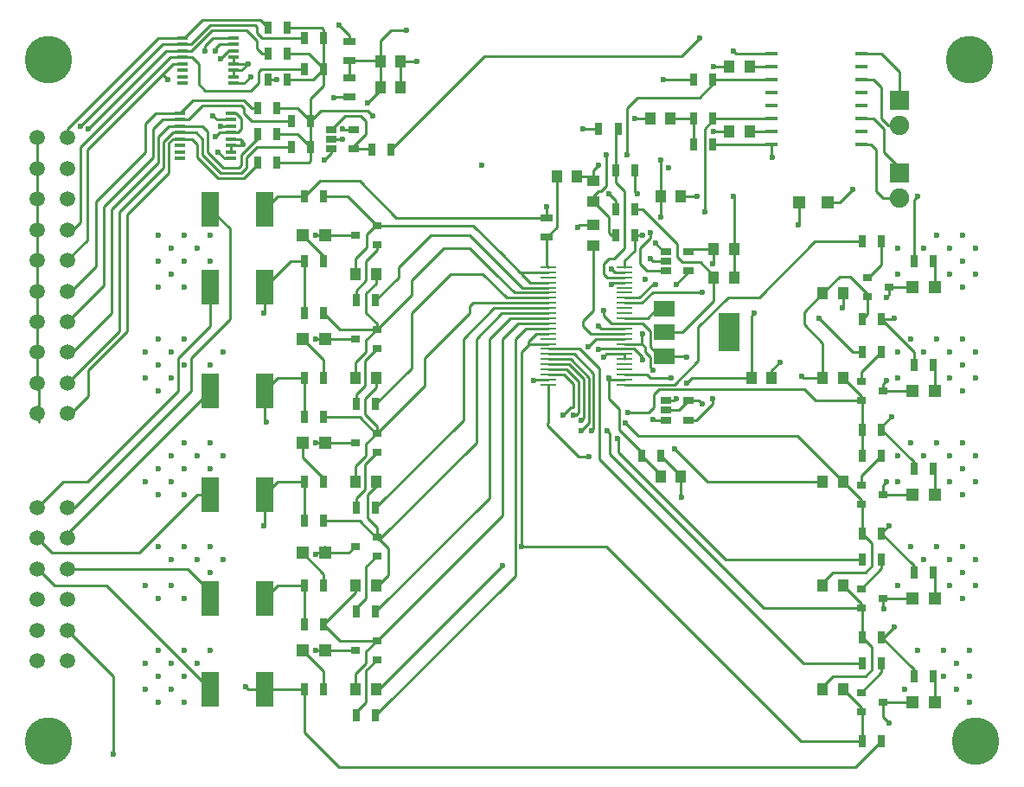
<source format=gtl>
G04 #@! TF.FileFunction,Copper,L1,Top,Signal*
%FSLAX46Y46*%
G04 Gerber Fmt 4.6, Leading zero omitted, Abs format (unit mm)*
G04 Created by KiCad (PCBNEW 4.0.7-e2-6376~58~ubuntu14.04.1) date Thu Jan  4 07:08:37 2018*
%MOMM*%
%LPD*%
G01*
G04 APERTURE LIST*
%ADD10C,0.100000*%
%ADD11R,1.000000X1.250000*%
%ADD12C,1.500000*%
%ADD13R,1.900000X1.900000*%
%ADD14C,1.900000*%
%ADD15R,0.700000X1.300000*%
%ADD16R,1.000000X0.300000*%
%ADD17R,1.060000X0.650000*%
%ADD18R,1.200000X0.300000*%
%ADD19R,1.250000X1.000000*%
%ADD20R,1.200000X1.200000*%
%ADD21R,1.780000X3.500000*%
%ADD22R,2.000000X3.800000*%
%ADD23R,2.000000X1.500000*%
%ADD24R,0.900000X0.800000*%
%ADD25R,1.300000X0.700000*%
%ADD26R,1.500000X0.250000*%
%ADD27C,4.648200*%
%ADD28C,0.600000*%
%ADD29C,0.250000*%
G04 APERTURE END LIST*
D10*
D11*
X144256000Y-78740000D03*
X142256000Y-78740000D03*
X144256000Y-72390000D03*
X142256000Y-72390000D03*
D12*
X74470000Y-79375000D03*
X77470000Y-79375000D03*
X77470000Y-82375000D03*
X74470000Y-82375000D03*
X74470000Y-85375000D03*
X77470000Y-85375000D03*
X77470000Y-88375000D03*
X74470000Y-88375000D03*
X74470000Y-91375000D03*
X77470000Y-91375000D03*
X77470000Y-94375000D03*
X74470000Y-94375000D03*
X74470000Y-97375000D03*
X77470000Y-97375000D03*
X77470000Y-100375000D03*
X74470000Y-100375000D03*
X74470000Y-103375000D03*
X77470000Y-103375000D03*
X74470000Y-106375000D03*
X77470000Y-106375000D03*
D13*
X158877000Y-82804000D03*
D14*
X158877000Y-85304000D03*
D13*
X158877000Y-75692000D03*
D14*
X158877000Y-78192000D03*
D15*
X97094000Y-68580000D03*
X98994000Y-68580000D03*
X100650000Y-69596000D03*
X102550000Y-69596000D03*
X97094000Y-71120000D03*
X98994000Y-71120000D03*
X100650000Y-72644000D03*
X102550000Y-72644000D03*
X97094000Y-73660000D03*
X98994000Y-73660000D03*
X96078000Y-76454000D03*
X97978000Y-76454000D03*
X99380000Y-77724000D03*
X101280000Y-77724000D03*
X96078000Y-78994000D03*
X97978000Y-78994000D03*
X99380000Y-80264000D03*
X101280000Y-80264000D03*
X96078000Y-81788000D03*
X97978000Y-81788000D03*
X109154000Y-80518000D03*
X107254000Y-80518000D03*
D16*
X88726000Y-74041000D03*
X93726000Y-69596000D03*
X93726000Y-70231000D03*
X93726000Y-70866000D03*
X93726000Y-71501000D03*
X93726000Y-72136000D03*
X93726000Y-72771000D03*
X93726000Y-73406000D03*
X93726000Y-74041000D03*
X88726000Y-73406000D03*
X88726000Y-72771000D03*
X88726000Y-72136000D03*
X88726000Y-71501000D03*
X88726000Y-70866000D03*
X88726000Y-70231000D03*
X88726000Y-69596000D03*
X88472000Y-81407000D03*
X93472000Y-76962000D03*
X93472000Y-77597000D03*
X93472000Y-78232000D03*
X93472000Y-78867000D03*
X93472000Y-79502000D03*
X93472000Y-80137000D03*
X93472000Y-80772000D03*
X93472000Y-81407000D03*
X88472000Y-80772000D03*
X88472000Y-80137000D03*
X88472000Y-79502000D03*
X88472000Y-78867000D03*
X88472000Y-78232000D03*
X88472000Y-77597000D03*
X88472000Y-76962000D03*
D17*
X103294000Y-78552000D03*
X103294000Y-79502000D03*
X103294000Y-80452000D03*
X105494000Y-80452000D03*
X105494000Y-78552000D03*
D12*
X74470000Y-115570000D03*
X77470000Y-115570000D03*
X77470000Y-118570000D03*
X74470000Y-118570000D03*
X74470000Y-121570000D03*
X77470000Y-121570000D03*
X77470000Y-124570000D03*
X74470000Y-124570000D03*
X74470000Y-127570000D03*
X77470000Y-127570000D03*
X74470000Y-130570000D03*
X77470000Y-130570000D03*
D18*
X146394000Y-71120000D03*
X155194000Y-80010000D03*
X155194000Y-78740000D03*
X155194000Y-77470000D03*
X155194000Y-76200000D03*
X155194000Y-74930000D03*
X155194000Y-73660000D03*
X155194000Y-72390000D03*
X155194000Y-71120000D03*
X146394000Y-72390000D03*
X146394000Y-73660000D03*
X146394000Y-74930000D03*
X146394000Y-76200000D03*
X146394000Y-77470000D03*
X146394000Y-78740000D03*
X146394000Y-80010000D03*
D11*
X135525000Y-112522000D03*
X137525000Y-112522000D03*
X125365000Y-83185000D03*
X127365000Y-83185000D03*
X135525000Y-85090000D03*
X137525000Y-85090000D03*
D19*
X128905000Y-89900000D03*
X128905000Y-87900000D03*
D11*
X108093000Y-74422000D03*
X110093000Y-74422000D03*
X140732000Y-93091000D03*
X142732000Y-93091000D03*
X136509000Y-77470000D03*
X134509000Y-77470000D03*
D19*
X128905000Y-85582000D03*
X128905000Y-83582000D03*
D11*
X140732000Y-90297000D03*
X142732000Y-90297000D03*
X108093000Y-71882000D03*
X110093000Y-71882000D03*
X144415000Y-102870000D03*
X146415000Y-102870000D03*
X105680000Y-102870000D03*
X107680000Y-102870000D03*
X105680000Y-113030000D03*
X107680000Y-113030000D03*
X107680000Y-123190000D03*
X105680000Y-123190000D03*
X105680000Y-133350000D03*
X107680000Y-133350000D03*
X153400000Y-133350000D03*
X151400000Y-133350000D03*
X153400000Y-123190000D03*
X151400000Y-123190000D03*
X153400000Y-113030000D03*
X151400000Y-113030000D03*
X153400000Y-102870000D03*
X151400000Y-102870000D03*
X151400000Y-94615000D03*
X153400000Y-94615000D03*
X105680000Y-92710000D03*
X107680000Y-92710000D03*
D20*
X149095000Y-85725000D03*
X151895000Y-85725000D03*
X102700000Y-99060000D03*
X100500000Y-99060000D03*
X102700000Y-109220000D03*
X100500000Y-109220000D03*
X102700000Y-120015000D03*
X100500000Y-120015000D03*
X102700000Y-129540000D03*
X100500000Y-129540000D03*
X160190000Y-134620000D03*
X162390000Y-134620000D03*
X160190000Y-124460000D03*
X162390000Y-124460000D03*
X160190000Y-114300000D03*
X162390000Y-114300000D03*
X160190000Y-104140000D03*
X162390000Y-104140000D03*
X160190000Y-93980000D03*
X162390000Y-93980000D03*
X102700000Y-88900000D03*
X100500000Y-88900000D03*
D21*
X96720000Y-86360000D03*
X91440000Y-86360000D03*
X96720000Y-93980000D03*
X91440000Y-93980000D03*
X96720000Y-104140000D03*
X91440000Y-104140000D03*
X96720000Y-114300000D03*
X91440000Y-114300000D03*
X96720000Y-124460000D03*
X91440000Y-124460000D03*
X96720000Y-133350000D03*
X91440000Y-133350000D03*
D22*
X142215000Y-98425000D03*
D23*
X135915000Y-98425000D03*
X135915000Y-100725000D03*
X135915000Y-96125000D03*
D24*
X107730000Y-100010000D03*
X107730000Y-98110000D03*
X105630000Y-99060000D03*
X107730000Y-110170000D03*
X107730000Y-108270000D03*
X105630000Y-109220000D03*
X107730000Y-120330000D03*
X107730000Y-118430000D03*
X105630000Y-119380000D03*
X107730000Y-130490000D03*
X107730000Y-128590000D03*
X105630000Y-129540000D03*
X155160000Y-133670000D03*
X155160000Y-135570000D03*
X157260000Y-134620000D03*
X155160000Y-123510000D03*
X155160000Y-125410000D03*
X157260000Y-124460000D03*
X155160000Y-113350000D03*
X155160000Y-115250000D03*
X157260000Y-114300000D03*
X155160000Y-103190000D03*
X155160000Y-105090000D03*
X157260000Y-104140000D03*
X155795000Y-93030000D03*
X155795000Y-94930000D03*
X157895000Y-93980000D03*
X107730000Y-89850000D03*
X107730000Y-87950000D03*
X105630000Y-88900000D03*
D15*
X133670000Y-110490000D03*
X135570000Y-110490000D03*
D25*
X124333000Y-87188000D03*
X124333000Y-89088000D03*
X105029000Y-73472000D03*
X105029000Y-75372000D03*
X105029000Y-71816000D03*
X105029000Y-69916000D03*
D15*
X131130000Y-82550000D03*
X133030000Y-82550000D03*
X129479000Y-78486000D03*
X131379000Y-78486000D03*
X131130000Y-86360000D03*
X133030000Y-86360000D03*
X140650000Y-80010000D03*
X138750000Y-80010000D03*
X138750000Y-77470000D03*
X140650000Y-77470000D03*
X140650000Y-73660000D03*
X138750000Y-73660000D03*
X131130000Y-88900000D03*
X133030000Y-88900000D03*
X102550000Y-102870000D03*
X100650000Y-102870000D03*
X102550000Y-96520000D03*
X100650000Y-96520000D03*
X107630000Y-105410000D03*
X105730000Y-105410000D03*
X102550000Y-113030000D03*
X100650000Y-113030000D03*
X102550000Y-106680000D03*
X100650000Y-106680000D03*
X107630000Y-115570000D03*
X105730000Y-115570000D03*
X102550000Y-123190000D03*
X100650000Y-123190000D03*
X102550000Y-116840000D03*
X100650000Y-116840000D03*
X107630000Y-125730000D03*
X105730000Y-125730000D03*
X102550000Y-133350000D03*
X100650000Y-133350000D03*
X102550000Y-127000000D03*
X100650000Y-127000000D03*
X107630000Y-135890000D03*
X105730000Y-135890000D03*
X162240000Y-132080000D03*
X160340000Y-132080000D03*
X155260000Y-138430000D03*
X157160000Y-138430000D03*
X155260000Y-130810000D03*
X157160000Y-130810000D03*
X162240000Y-121920000D03*
X160340000Y-121920000D03*
X155260000Y-128270000D03*
X157160000Y-128270000D03*
X155260000Y-120650000D03*
X157160000Y-120650000D03*
X162240000Y-111760000D03*
X160340000Y-111760000D03*
X155260000Y-118110000D03*
X157160000Y-118110000D03*
X155260000Y-110490000D03*
X157160000Y-110490000D03*
X162240000Y-101600000D03*
X160340000Y-101600000D03*
X155260000Y-107950000D03*
X157160000Y-107950000D03*
X155260000Y-100330000D03*
X157160000Y-100330000D03*
X162240000Y-91440000D03*
X160340000Y-91440000D03*
X155260000Y-97155000D03*
X157160000Y-97155000D03*
X155260000Y-89535000D03*
X157160000Y-89535000D03*
X102550000Y-91440000D03*
X100650000Y-91440000D03*
X102550000Y-85090000D03*
X100650000Y-85090000D03*
X107630000Y-95250000D03*
X105730000Y-95250000D03*
D26*
X131985000Y-103540000D03*
X124520000Y-92040000D03*
X124520000Y-92540000D03*
X124520000Y-93040000D03*
X124520000Y-93540000D03*
X124520000Y-94040000D03*
X124520000Y-94540000D03*
X124520000Y-95040000D03*
X124520000Y-95540000D03*
X124520000Y-96040000D03*
X124520000Y-96540000D03*
X124520000Y-97040000D03*
X124520000Y-97540000D03*
X124520000Y-98040000D03*
X124520000Y-98540000D03*
X124520000Y-99040000D03*
X124520000Y-99540000D03*
X124520000Y-100040000D03*
X124520000Y-100540000D03*
X124520000Y-101040000D03*
X124520000Y-101540000D03*
X124520000Y-102040000D03*
X124520000Y-102540000D03*
X124520000Y-103040000D03*
X124520000Y-103540000D03*
X131985000Y-103040000D03*
X131985000Y-102540000D03*
X131985000Y-102040000D03*
X131985000Y-101540000D03*
X131985000Y-101040000D03*
X131985000Y-100540000D03*
X131985000Y-100040000D03*
X131985000Y-99540000D03*
X131985000Y-99040000D03*
X131985000Y-98540000D03*
X131985000Y-98040000D03*
X131985000Y-97540000D03*
X131985000Y-97040000D03*
X131985000Y-96540000D03*
X131985000Y-96040000D03*
X131985000Y-95540000D03*
X131985000Y-95040000D03*
X131985000Y-94540000D03*
X131985000Y-94040000D03*
X131985000Y-93540000D03*
X131985000Y-93040000D03*
X131985000Y-92540000D03*
X131985000Y-92040000D03*
D17*
X136060000Y-105095000D03*
X136060000Y-106045000D03*
X136060000Y-106995000D03*
X138260000Y-106995000D03*
X138260000Y-105095000D03*
X136060000Y-90490000D03*
X136060000Y-91440000D03*
X136060000Y-92390000D03*
X138260000Y-92390000D03*
X138260000Y-90490000D03*
D27*
X75565000Y-138430000D03*
X166370000Y-138430000D03*
X75565000Y-71755000D03*
X165735000Y-71755000D03*
D28*
X153289000Y-96012000D03*
X130429000Y-102870000D03*
X127381000Y-88138000D03*
X134493000Y-91186000D03*
X142621000Y-85090000D03*
X133985000Y-93218000D03*
X139065000Y-85090000D03*
X132969000Y-77470000D03*
X127889000Y-78486000D03*
X129413000Y-82042000D03*
X129921000Y-100838000D03*
X129413000Y-97790000D03*
X137541000Y-114554000D03*
X147193000Y-101346000D03*
X139573000Y-105410000D03*
X94615000Y-80010000D03*
X95123000Y-72136000D03*
X111633000Y-71882000D03*
X154305000Y-84455000D03*
X160655000Y-85090000D03*
X140716000Y-78740000D03*
X140716000Y-72390000D03*
X104394000Y-79502000D03*
X135509000Y-81534000D03*
X128397000Y-99822000D03*
X135509000Y-87122000D03*
X134493000Y-88646000D03*
X106807000Y-75946000D03*
X110617000Y-68834000D03*
X140589000Y-91694000D03*
X129921000Y-96266000D03*
X138049000Y-100838000D03*
X140589000Y-104902000D03*
X104394000Y-78486000D03*
X91948000Y-79248000D03*
X90932000Y-70866000D03*
X130175000Y-81026000D03*
X135763000Y-73660000D03*
X139319000Y-69596000D03*
X144653000Y-96520000D03*
X138049000Y-103378000D03*
X136525000Y-102870000D03*
X120015000Y-121285000D03*
X121920000Y-119380000D03*
X130302000Y-108077000D03*
X128778000Y-108077000D03*
X132080000Y-107315000D03*
X127762000Y-107061000D03*
X136906000Y-109855000D03*
X127000000Y-106553000D03*
X132334000Y-106299000D03*
X125984000Y-106553000D03*
X149352000Y-102743000D03*
X128524000Y-110617000D03*
X148971000Y-87884000D03*
X158369000Y-97028000D03*
X101727000Y-99060000D03*
X101727000Y-109220000D03*
X101727000Y-120142000D03*
X101727000Y-129540000D03*
X157861000Y-136652000D03*
X157353000Y-125476000D03*
X157607000Y-113030000D03*
X157607000Y-103124000D03*
X157607000Y-94996000D03*
X101727000Y-88900000D03*
X130429000Y-84836000D03*
X124333000Y-86106000D03*
X96647000Y-96520000D03*
X96901000Y-107188000D03*
X96647000Y-117348000D03*
X94869000Y-133096000D03*
X158369000Y-127254000D03*
X157861000Y-117348000D03*
X158115000Y-106680000D03*
X81915000Y-139700000D03*
X78740000Y-78232000D03*
X79502000Y-78486000D03*
X87249000Y-73660000D03*
X97917000Y-73660000D03*
X129413000Y-100076000D03*
X133731000Y-101092000D03*
X134747000Y-106934000D03*
X103505000Y-75438000D03*
X92456000Y-78232000D03*
X92456000Y-71628000D03*
X117983000Y-82042000D03*
X133731000Y-98552000D03*
X134747000Y-102108000D03*
X137033000Y-104902000D03*
X104013000Y-68326000D03*
X91694000Y-77216000D03*
X91948000Y-70866000D03*
X133223000Y-84836000D03*
X130683000Y-93726000D03*
X107315000Y-77216000D03*
X135001000Y-89662000D03*
X137033000Y-93726000D03*
X146431000Y-81280000D03*
X139573000Y-94488000D03*
X139827000Y-86614000D03*
X135001000Y-93726000D03*
X130683000Y-92202000D03*
X132207000Y-81026000D03*
X133731000Y-88900000D03*
X136271000Y-82296000D03*
X142621000Y-70866000D03*
X92710000Y-100330000D03*
X85090000Y-102870000D03*
X85090000Y-100330000D03*
X87630000Y-102870000D03*
X86360000Y-104140000D03*
X87630000Y-100330000D03*
X86360000Y-99060000D03*
X91440000Y-101600000D03*
X88900000Y-99060000D03*
X86360000Y-101600000D03*
X88900000Y-101600000D03*
X85090000Y-113030000D03*
X92710000Y-110490000D03*
X87630000Y-113030000D03*
X90170000Y-110490000D03*
X87630000Y-110490000D03*
X86360000Y-114300000D03*
X91440000Y-109220000D03*
X88900000Y-114300000D03*
X88900000Y-109220000D03*
X91440000Y-111760000D03*
X86360000Y-111760000D03*
X88900000Y-111760000D03*
X85090000Y-123190000D03*
X92710000Y-120650000D03*
X87630000Y-123190000D03*
X87630000Y-120650000D03*
X90170000Y-120650000D03*
X88900000Y-124460000D03*
X86360000Y-124460000D03*
X86360000Y-119380000D03*
X91440000Y-121920000D03*
X91440000Y-119380000D03*
X88900000Y-119380000D03*
X85090000Y-133350000D03*
X85090000Y-130810000D03*
X87630000Y-130810000D03*
X90170000Y-130810000D03*
X87630000Y-133350000D03*
X91440000Y-129540000D03*
X88900000Y-129540000D03*
X86360000Y-129540000D03*
X86360000Y-134620000D03*
X88900000Y-134620000D03*
X86360000Y-132080000D03*
X88900000Y-132080000D03*
X159385000Y-133350000D03*
X163195000Y-132080000D03*
X164465000Y-133350000D03*
X164465000Y-130810000D03*
X160655000Y-129540000D03*
X163195000Y-129540000D03*
X165735000Y-134620000D03*
X165735000Y-132080000D03*
X165735000Y-129540000D03*
X158750000Y-123190000D03*
X161290000Y-120650000D03*
X166370000Y-123190000D03*
X166370000Y-120650000D03*
X163830000Y-123190000D03*
X163830000Y-120650000D03*
X165100000Y-124460000D03*
X165100000Y-121920000D03*
X160020000Y-119380000D03*
X162560000Y-119380000D03*
X165100000Y-119380000D03*
X127762000Y-108077000D03*
X131318000Y-108839000D03*
X158750000Y-113030000D03*
X158750000Y-110490000D03*
X161290000Y-110490000D03*
X160020000Y-109220000D03*
X162560000Y-109220000D03*
X163830000Y-113030000D03*
X163830000Y-110490000D03*
X166370000Y-113030000D03*
X166370000Y-110490000D03*
X165100000Y-114300000D03*
X165100000Y-111760000D03*
X165100000Y-109220000D03*
X158750000Y-102870000D03*
X158750000Y-100330000D03*
X161290000Y-100330000D03*
X160020000Y-99060000D03*
X166370000Y-102870000D03*
X166370000Y-100330000D03*
X163830000Y-102870000D03*
X165100000Y-104140000D03*
X163830000Y-100330000D03*
X165100000Y-101600000D03*
X162560000Y-99060000D03*
X165100000Y-99060000D03*
X151003000Y-97028000D03*
X123063000Y-103124000D03*
X158750000Y-90170000D03*
X158750000Y-92710000D03*
X161290000Y-90170000D03*
X162560000Y-88900000D03*
X163830000Y-92710000D03*
X163830000Y-90170000D03*
X166370000Y-92710000D03*
X166370000Y-90170000D03*
X165100000Y-93980000D03*
X165100000Y-91440000D03*
X165100000Y-88900000D03*
X90170000Y-90170000D03*
X87630000Y-90170000D03*
X87630000Y-92710000D03*
X86360000Y-93980000D03*
X86360000Y-88900000D03*
X91440000Y-88900000D03*
X91440000Y-91440000D03*
X88900000Y-88900000D03*
X86360000Y-91440000D03*
X88900000Y-93980000D03*
X88900000Y-91440000D03*
X95377000Y-73406000D03*
X102616000Y-81534000D03*
X92202000Y-80772000D03*
D29*
X130429000Y-103124000D02*
X130429000Y-102870000D01*
X153400000Y-95901000D02*
X153400000Y-94615000D01*
X153289000Y-96012000D02*
X153400000Y-95901000D01*
X130429000Y-103378000D02*
X130429000Y-103040000D01*
X130429000Y-103040000D02*
X130429000Y-103124000D01*
X130429000Y-104902000D02*
X130429000Y-103378000D01*
X131445000Y-105918000D02*
X130429000Y-104902000D01*
X131445000Y-107950000D02*
X131445000Y-105918000D01*
X133670000Y-110175000D02*
X131445000Y-107950000D01*
X130429000Y-103124000D02*
X130302000Y-102997000D01*
X135525000Y-112522000D02*
X135525000Y-112345000D01*
X135525000Y-112345000D02*
X133670000Y-110490000D01*
X133670000Y-110490000D02*
X133670000Y-110175000D01*
X131985000Y-103040000D02*
X130345000Y-103040000D01*
X130345000Y-103040000D02*
X130302000Y-102997000D01*
X128905000Y-87900000D02*
X127619000Y-87900000D01*
X127619000Y-87900000D02*
X127381000Y-88138000D01*
X136060000Y-91440000D02*
X134747000Y-91440000D01*
X134747000Y-91440000D02*
X134493000Y-91186000D01*
X142732000Y-90297000D02*
X142732000Y-93091000D01*
X142732000Y-90297000D02*
X142732000Y-85201000D01*
X142732000Y-85201000D02*
X142621000Y-85090000D01*
X137525000Y-85090000D02*
X139065000Y-85090000D01*
X134509000Y-77470000D02*
X132969000Y-77470000D01*
X129479000Y-78486000D02*
X127889000Y-78486000D01*
X128905000Y-83582000D02*
X128905000Y-82550000D01*
X128905000Y-82550000D02*
X129413000Y-82042000D01*
X127365000Y-83185000D02*
X128508000Y-83185000D01*
X128508000Y-83185000D02*
X128905000Y-83582000D01*
X131985000Y-100540000D02*
X130219000Y-100540000D01*
X130219000Y-100540000D02*
X129921000Y-100838000D01*
X131985000Y-100540000D02*
X131985000Y-101040000D01*
X131985000Y-98040000D02*
X129663000Y-98040000D01*
X129663000Y-98040000D02*
X129413000Y-97790000D01*
X137525000Y-112522000D02*
X137525000Y-114538000D01*
X137525000Y-114538000D02*
X137541000Y-114554000D01*
X137525000Y-112522000D02*
X137525000Y-112445000D01*
X137525000Y-112445000D02*
X135570000Y-110490000D01*
X136060000Y-106045000D02*
X137310000Y-106045000D01*
X137310000Y-106045000D02*
X138260000Y-105095000D01*
X146415000Y-102870000D02*
X146415000Y-102124000D01*
X146415000Y-102124000D02*
X147193000Y-101346000D01*
X138260000Y-105095000D02*
X139258000Y-105095000D01*
X139258000Y-105095000D02*
X139573000Y-105410000D01*
X94615000Y-80010000D02*
X94615000Y-79756000D01*
X94488000Y-80137000D02*
X94615000Y-80010000D01*
X93472000Y-80137000D02*
X94488000Y-80137000D01*
X94361000Y-79502000D02*
X93472000Y-79502000D01*
X94615000Y-79756000D02*
X94361000Y-79502000D01*
X93472000Y-80137000D02*
X93472000Y-80772000D01*
X93726000Y-72136000D02*
X93726000Y-71501000D01*
X93726000Y-73406000D02*
X93726000Y-72771000D01*
X93726000Y-72771000D02*
X94488000Y-72771000D01*
X95123000Y-72136000D02*
X93726000Y-72136000D01*
X94488000Y-72771000D02*
X95123000Y-72136000D01*
X110093000Y-74422000D02*
X110093000Y-71882000D01*
X110093000Y-71882000D02*
X111633000Y-71882000D01*
X153035000Y-85725000D02*
X154305000Y-84455000D01*
X153035000Y-85725000D02*
X151895000Y-85725000D01*
X160340000Y-91440000D02*
X160340000Y-85405000D01*
X160340000Y-85405000D02*
X160655000Y-85090000D01*
X142256000Y-78740000D02*
X140716000Y-78740000D01*
X142256000Y-72390000D02*
X140716000Y-72390000D01*
X103294000Y-79502000D02*
X104394000Y-79502000D01*
X74470000Y-79375000D02*
X74470000Y-82375000D01*
X74470000Y-82375000D02*
X74470000Y-85375000D01*
X74470000Y-85375000D02*
X74470000Y-88375000D01*
X74470000Y-88375000D02*
X74470000Y-91375000D01*
X74470000Y-91375000D02*
X74470000Y-94375000D01*
X74470000Y-94375000D02*
X74470000Y-97375000D01*
X74470000Y-97375000D02*
X74470000Y-100375000D01*
X74470000Y-100375000D02*
X74470000Y-103375000D01*
X74470000Y-103375000D02*
X74676000Y-103581000D01*
X74676000Y-103581000D02*
X74676000Y-107188000D01*
X124333000Y-89088000D02*
X124399000Y-89088000D01*
X124399000Y-89088000D02*
X125365000Y-88122000D01*
X125365000Y-88122000D02*
X125365000Y-83185000D01*
X124333000Y-89088000D02*
X124333000Y-91853000D01*
X124333000Y-91853000D02*
X124520000Y-92040000D01*
X135509000Y-81534000D02*
X135525000Y-81550000D01*
X135525000Y-81550000D02*
X135525000Y-85090000D01*
X131985000Y-99040000D02*
X129179000Y-99040000D01*
X129179000Y-99040000D02*
X128397000Y-99822000D01*
X136060000Y-92390000D02*
X134173000Y-92390000D01*
X135525000Y-87106000D02*
X135525000Y-85090000D01*
X135509000Y-87122000D02*
X135525000Y-87106000D01*
X134493000Y-89154000D02*
X134493000Y-88646000D01*
X133477000Y-90170000D02*
X134493000Y-89154000D01*
X133477000Y-91694000D02*
X133477000Y-90170000D01*
X134173000Y-92390000D02*
X133477000Y-91694000D01*
X128905000Y-89900000D02*
X128905000Y-96266000D01*
X128639000Y-98540000D02*
X131985000Y-98540000D01*
X127889000Y-97790000D02*
X128639000Y-98540000D01*
X127889000Y-97282000D02*
X127889000Y-97790000D01*
X128905000Y-96266000D02*
X127889000Y-97282000D01*
X106807000Y-75946000D02*
X108093000Y-74660000D01*
X108093000Y-74660000D02*
X108093000Y-74422000D01*
X108093000Y-69834000D02*
X108093000Y-71882000D01*
X109093000Y-68834000D02*
X108093000Y-69834000D01*
X110617000Y-68834000D02*
X109093000Y-68834000D01*
X131985000Y-97540000D02*
X130687000Y-97540000D01*
X140732000Y-91551000D02*
X140732000Y-90297000D01*
X140589000Y-91694000D02*
X140732000Y-91551000D01*
X129921000Y-96774000D02*
X129921000Y-96266000D01*
X130687000Y-97540000D02*
X129921000Y-96774000D01*
X135915000Y-100725000D02*
X135396000Y-100725000D01*
X135396000Y-100725000D02*
X134493000Y-99822000D01*
X133735000Y-97540000D02*
X131985000Y-97540000D01*
X134493000Y-98298000D02*
X133735000Y-97540000D01*
X134493000Y-99822000D02*
X134493000Y-98298000D01*
X138260000Y-106995000D02*
X139004000Y-106995000D01*
X137936000Y-100725000D02*
X135915000Y-100725000D01*
X138049000Y-100838000D02*
X137936000Y-100725000D01*
X140589000Y-105410000D02*
X140589000Y-104902000D01*
X139004000Y-106995000D02*
X140589000Y-105410000D01*
X108093000Y-71882000D02*
X108093000Y-74422000D01*
X105029000Y-71816000D02*
X108027000Y-71816000D01*
X108027000Y-71816000D02*
X108093000Y-71882000D01*
X105029000Y-73472000D02*
X105029000Y-71816000D01*
X140732000Y-90297000D02*
X138453000Y-90297000D01*
X138453000Y-90297000D02*
X138260000Y-90490000D01*
X105494000Y-78552000D02*
X104460000Y-78552000D01*
X104460000Y-78552000D02*
X104394000Y-78486000D01*
X93726000Y-69596000D02*
X92710000Y-69596000D01*
X92329000Y-78867000D02*
X93472000Y-78867000D01*
X91948000Y-79248000D02*
X92329000Y-78867000D01*
X90932000Y-70358000D02*
X90932000Y-70866000D01*
X91694000Y-69596000D02*
X90932000Y-70358000D01*
X92202000Y-69596000D02*
X91694000Y-69596000D01*
X92710000Y-69596000D02*
X92202000Y-69596000D01*
X93472000Y-76962000D02*
X93980000Y-76962000D01*
X94107000Y-78867000D02*
X93472000Y-78867000D01*
X94488000Y-78486000D02*
X94107000Y-78867000D01*
X94488000Y-77470000D02*
X94488000Y-78486000D01*
X93980000Y-76962000D02*
X94488000Y-77470000D01*
X140732000Y-93091000D02*
X140732000Y-92853000D01*
X140732000Y-92853000D02*
X139446000Y-91567000D01*
X133731000Y-86360000D02*
X133030000Y-86360000D01*
X137160000Y-89789000D02*
X133731000Y-86360000D01*
X137160000Y-91059000D02*
X137160000Y-89789000D01*
X137668000Y-91567000D02*
X137160000Y-91059000D01*
X139446000Y-91567000D02*
X137668000Y-91567000D01*
X135915000Y-98425000D02*
X137668000Y-98425000D01*
X140732000Y-95361000D02*
X140732000Y-93091000D01*
X137668000Y-98425000D02*
X140732000Y-95361000D01*
X138750000Y-77470000D02*
X136509000Y-77470000D01*
X138750000Y-77470000D02*
X138750000Y-80010000D01*
X129413000Y-84582000D02*
X129667000Y-84582000D01*
X129667000Y-84582000D02*
X130175000Y-84074000D01*
X130175000Y-84074000D02*
X130175000Y-81026000D01*
X128905000Y-85090000D02*
X129413000Y-84582000D01*
X135763000Y-73660000D02*
X138750000Y-73660000D01*
X128905000Y-85582000D02*
X128905000Y-85090000D01*
X131130000Y-88900000D02*
X130683000Y-88900000D01*
X130429000Y-87106000D02*
X128905000Y-85582000D01*
X130429000Y-88646000D02*
X130429000Y-87106000D01*
X130683000Y-88900000D02*
X130429000Y-88646000D01*
X144256000Y-78740000D02*
X146394000Y-78740000D01*
X144256000Y-72390000D02*
X146394000Y-72390000D01*
X144415000Y-102870000D02*
X144415000Y-96758000D01*
X118298000Y-71374000D02*
X109154000Y-80518000D01*
X137541000Y-71374000D02*
X118298000Y-71374000D01*
X139319000Y-69596000D02*
X137541000Y-71374000D01*
X144415000Y-96758000D02*
X144653000Y-96520000D01*
X131985000Y-102540000D02*
X134163000Y-102540000D01*
X138557000Y-102870000D02*
X144415000Y-102870000D01*
X138049000Y-103378000D02*
X138557000Y-102870000D01*
X134493000Y-102870000D02*
X136525000Y-102870000D01*
X134163000Y-102540000D02*
X134493000Y-102870000D01*
X107730000Y-98110000D02*
X107730000Y-97570000D01*
X107680000Y-93615000D02*
X107680000Y-92710000D01*
X106680000Y-94615000D02*
X107680000Y-93615000D01*
X106680000Y-96520000D02*
X106680000Y-94615000D01*
X107730000Y-97570000D02*
X106680000Y-96520000D01*
X119380000Y-92710000D02*
X116840000Y-90170000D01*
X121210000Y-94540000D02*
X119380000Y-92710000D01*
X124520000Y-94540000D02*
X121210000Y-94540000D01*
X111125000Y-94715000D02*
X107730000Y-98110000D01*
X111125000Y-93345000D02*
X111125000Y-94715000D01*
X114300000Y-90170000D02*
X111125000Y-93345000D01*
X116840000Y-90170000D02*
X114300000Y-90170000D01*
X107730000Y-98110000D02*
X104140000Y-98110000D01*
X104140000Y-98110000D02*
X102550000Y-96520000D01*
X105680000Y-102870000D02*
X105680000Y-101330000D01*
X106680000Y-99160000D02*
X107730000Y-98110000D01*
X106680000Y-100330000D02*
X106680000Y-99160000D01*
X105680000Y-101330000D02*
X106680000Y-100330000D01*
X107730000Y-108270000D02*
X107730000Y-107603000D01*
X107680000Y-103775000D02*
X107680000Y-102870000D01*
X106553000Y-104902000D02*
X107680000Y-103775000D01*
X106553000Y-106426000D02*
X106553000Y-104902000D01*
X107730000Y-107603000D02*
X106553000Y-106426000D01*
X116840000Y-95885000D02*
X116840000Y-96520000D01*
X117185000Y-95540000D02*
X116840000Y-95885000D01*
X124520000Y-95540000D02*
X117185000Y-95540000D01*
X112395000Y-103605000D02*
X107730000Y-108270000D01*
X112395000Y-100965000D02*
X112395000Y-103605000D01*
X116840000Y-96520000D02*
X112395000Y-100965000D01*
X107730000Y-108270000D02*
X107635000Y-108270000D01*
X107635000Y-108270000D02*
X106045000Y-106680000D01*
X106045000Y-106680000D02*
X102550000Y-106680000D01*
X105680000Y-113030000D02*
X105680000Y-111490000D01*
X106680000Y-109320000D02*
X107730000Y-108270000D01*
X106680000Y-110490000D02*
X106680000Y-109320000D01*
X105680000Y-111490000D02*
X106680000Y-110490000D01*
X107730000Y-118430000D02*
X107730000Y-117509000D01*
X106807000Y-114300000D02*
X107680000Y-113427000D01*
X106807000Y-116586000D02*
X106807000Y-114300000D01*
X107730000Y-117509000D02*
X106807000Y-116586000D01*
X107680000Y-113427000D02*
X107680000Y-113030000D01*
X107680000Y-123190000D02*
X107823000Y-123190000D01*
X107823000Y-123190000D02*
X108839000Y-122174000D01*
X108839000Y-122174000D02*
X108839000Y-119539000D01*
X108839000Y-119539000D02*
X107730000Y-118430000D01*
X117475000Y-99060000D02*
X117475000Y-109220000D01*
X119995000Y-96540000D02*
X117475000Y-99060000D01*
X124520000Y-96540000D02*
X119995000Y-96540000D01*
X117475000Y-109220000D02*
X107950000Y-118745000D01*
X107950000Y-118745000D02*
X107730000Y-118430000D01*
X107730000Y-118430000D02*
X107635000Y-118430000D01*
X107635000Y-118430000D02*
X106045000Y-116840000D01*
X106045000Y-116840000D02*
X102550000Y-116840000D01*
X120015000Y-99060000D02*
X120015000Y-116305000D01*
X121535000Y-97540000D02*
X120015000Y-99060000D01*
X124520000Y-97540000D02*
X121535000Y-97540000D01*
X120015000Y-116305000D02*
X107730000Y-128590000D01*
X107730000Y-128590000D02*
X104140000Y-128590000D01*
X104140000Y-128590000D02*
X102550000Y-127000000D01*
X105680000Y-123190000D02*
X105680000Y-123870000D01*
X105680000Y-123870000D02*
X102550000Y-127000000D01*
X105680000Y-133350000D02*
X105680000Y-131810000D01*
X106680000Y-129640000D02*
X107730000Y-128590000D01*
X106680000Y-130810000D02*
X106680000Y-129640000D01*
X105680000Y-131810000D02*
X106680000Y-130810000D01*
X121920000Y-119380000D02*
X130175000Y-119380000D01*
X149225000Y-138430000D02*
X155260000Y-138430000D01*
X130175000Y-119380000D02*
X149225000Y-138430000D01*
X121920000Y-100330000D02*
X121920000Y-119380000D01*
X122555000Y-99695000D02*
X121920000Y-100330000D01*
X120015000Y-121285000D02*
X107950000Y-133350000D01*
X107950000Y-133350000D02*
X107680000Y-133350000D01*
X124520000Y-98540000D02*
X123305000Y-98540000D01*
X122555000Y-99290000D02*
X122555000Y-99695000D01*
X123305000Y-98540000D02*
X122555000Y-99290000D01*
X124520000Y-99540000D02*
X122710000Y-99540000D01*
X122710000Y-99540000D02*
X122555000Y-99695000D01*
X155160000Y-135570000D02*
X155160000Y-135110000D01*
X155160000Y-135110000D02*
X153400000Y-133350000D01*
X155260000Y-138430000D02*
X155260000Y-135670000D01*
X155260000Y-135670000D02*
X155160000Y-135570000D01*
X128974002Y-107315000D02*
X128974002Y-107880998D01*
X127083000Y-100540000D02*
X128974002Y-102431002D01*
X128974002Y-102431002D02*
X128974002Y-107315000D01*
X124520000Y-100540000D02*
X127083000Y-100540000D01*
X145603000Y-125410000D02*
X155160000Y-125410000D01*
X130556000Y-110363000D02*
X145603000Y-125410000D01*
X130556000Y-108331000D02*
X130556000Y-110363000D01*
X130302000Y-108077000D02*
X130556000Y-108331000D01*
X128974002Y-107880998D02*
X128778000Y-108077000D01*
X151400000Y-133350000D02*
X151400000Y-133080000D01*
X151400000Y-133080000D02*
X152400000Y-132080000D01*
X152400000Y-132080000D02*
X155575000Y-132080000D01*
X155575000Y-132080000D02*
X156210000Y-131445000D01*
X156210000Y-131445000D02*
X156210000Y-129220000D01*
X156210000Y-129220000D02*
X155260000Y-128270000D01*
X155160000Y-125410000D02*
X155160000Y-124950000D01*
X155160000Y-124950000D02*
X153400000Y-123190000D01*
X155260000Y-128270000D02*
X155260000Y-125510000D01*
X155260000Y-125510000D02*
X155160000Y-125410000D01*
X128016000Y-106807000D02*
X127762000Y-107061000D01*
X126559000Y-101540000D02*
X128016000Y-102997000D01*
X128016000Y-102997000D02*
X128016000Y-106807000D01*
X124520000Y-101540000D02*
X126559000Y-101540000D01*
X148955000Y-108585000D02*
X153400000Y-113030000D01*
X133350000Y-108585000D02*
X148955000Y-108585000D01*
X132080000Y-107315000D02*
X133350000Y-108585000D01*
X151400000Y-123190000D02*
X151400000Y-122920000D01*
X151400000Y-122920000D02*
X152400000Y-121920000D01*
X152400000Y-121920000D02*
X155575000Y-121920000D01*
X155575000Y-121920000D02*
X156210000Y-121285000D01*
X156210000Y-121285000D02*
X156210000Y-119060000D01*
X156210000Y-119060000D02*
X155260000Y-118110000D01*
X155160000Y-115250000D02*
X155160000Y-114790000D01*
X155160000Y-114790000D02*
X153400000Y-113030000D01*
X155260000Y-118110000D02*
X155260000Y-115350000D01*
X155260000Y-115350000D02*
X155160000Y-115250000D01*
X127508000Y-105791000D02*
X127508000Y-106299000D01*
X126297000Y-102040000D02*
X127508000Y-103251000D01*
X127508000Y-103251000D02*
X127508000Y-105791000D01*
X124520000Y-102040000D02*
X126297000Y-102040000D01*
X140081000Y-113030000D02*
X151400000Y-113030000D01*
X136906000Y-109855000D02*
X140081000Y-113030000D01*
X127254000Y-106553000D02*
X127000000Y-106553000D01*
X127508000Y-106299000D02*
X127254000Y-106553000D01*
X127000000Y-105791000D02*
X126746000Y-105791000D01*
X126036398Y-102540000D02*
X127000000Y-103503602D01*
X127000000Y-103503602D02*
X127000000Y-105791000D01*
X124520000Y-102540000D02*
X126036398Y-102540000D01*
X150683000Y-105090000D02*
X155160000Y-105090000D01*
X149606000Y-104013000D02*
X150683000Y-105090000D01*
X135382000Y-104013000D02*
X149606000Y-104013000D01*
X134874000Y-104521000D02*
X135382000Y-104013000D01*
X134874000Y-105791000D02*
X134874000Y-104521000D01*
X134366000Y-106299000D02*
X134874000Y-105791000D01*
X132334000Y-106299000D02*
X134366000Y-106299000D01*
X126746000Y-105791000D02*
X125984000Y-106553000D01*
X155260000Y-110490000D02*
X155260000Y-107950000D01*
X155160000Y-105090000D02*
X155160000Y-104630000D01*
X155160000Y-104630000D02*
X153400000Y-102870000D01*
X155260000Y-107950000D02*
X155260000Y-105190000D01*
X155260000Y-105190000D02*
X155160000Y-105090000D01*
X155795000Y-94930000D02*
X155795000Y-94708000D01*
X155795000Y-94708000D02*
X154051000Y-92964000D01*
X153051000Y-92964000D02*
X151400000Y-94615000D01*
X154051000Y-92964000D02*
X153051000Y-92964000D01*
X151400000Y-102870000D02*
X151400000Y-99457000D01*
X149606000Y-96409000D02*
X151400000Y-94615000D01*
X149606000Y-97663000D02*
X149606000Y-96409000D01*
X151400000Y-99457000D02*
X149606000Y-97663000D01*
X124460000Y-107315000D02*
X124460000Y-107569000D01*
X124520000Y-107255000D02*
X124460000Y-107315000D01*
X124520000Y-103540000D02*
X124520000Y-107255000D01*
X149479000Y-102870000D02*
X151400000Y-102870000D01*
X149352000Y-102743000D02*
X149479000Y-102870000D01*
X127508000Y-110617000D02*
X128524000Y-110617000D01*
X124460000Y-107569000D02*
X127508000Y-110617000D01*
X155795000Y-94930000D02*
X155795000Y-96620000D01*
X155795000Y-96620000D02*
X155260000Y-97155000D01*
X107730000Y-87950000D02*
X117160000Y-87950000D01*
X121750000Y-92540000D02*
X120015000Y-90805000D01*
X121750000Y-92540000D02*
X124520000Y-92540000D01*
X117160000Y-87950000D02*
X120015000Y-90805000D01*
X124520000Y-93540000D02*
X122750000Y-93540000D01*
X122750000Y-93540000D02*
X121920000Y-92710000D01*
X102550000Y-85090000D02*
X104870000Y-85090000D01*
X104870000Y-85090000D02*
X107730000Y-87950000D01*
X107730000Y-87950000D02*
X107630000Y-87950000D01*
X107630000Y-87950000D02*
X106726801Y-88853199D01*
X106726801Y-88853199D02*
X106726801Y-90123199D01*
X106726801Y-90123199D02*
X105680000Y-91170000D01*
X105680000Y-91170000D02*
X105680000Y-92710000D01*
X149095000Y-87760000D02*
X149095000Y-85725000D01*
X148971000Y-87884000D02*
X149095000Y-87760000D01*
X157160000Y-97155000D02*
X158242000Y-97155000D01*
X158242000Y-97155000D02*
X158369000Y-97028000D01*
X160340000Y-101600000D02*
X160340000Y-100335000D01*
X160340000Y-100335000D02*
X157160000Y-97155000D01*
X101727000Y-99060000D02*
X102700000Y-99060000D01*
X102700000Y-99060000D02*
X105630000Y-99060000D01*
X102550000Y-102870000D02*
X102550000Y-101110000D01*
X102550000Y-101110000D02*
X100500000Y-99060000D01*
X102700000Y-109220000D02*
X101727000Y-109220000D01*
X102700000Y-109220000D02*
X105630000Y-109220000D01*
X102550000Y-113030000D02*
X102550000Y-112710000D01*
X102550000Y-112710000D02*
X100500000Y-110660000D01*
X100500000Y-110660000D02*
X100500000Y-109220000D01*
X101854000Y-120015000D02*
X102700000Y-120015000D01*
X101727000Y-120142000D02*
X101854000Y-120015000D01*
X102700000Y-120015000D02*
X104995000Y-120015000D01*
X104995000Y-120015000D02*
X105630000Y-119380000D01*
X102550000Y-119530000D02*
X102700000Y-119380000D01*
X102550000Y-123190000D02*
X102550000Y-122065000D01*
X102550000Y-122065000D02*
X100500000Y-120015000D01*
X101727000Y-129540000D02*
X102700000Y-129540000D01*
X102700000Y-129540000D02*
X105630000Y-129540000D01*
X102550000Y-129690000D02*
X102700000Y-129540000D01*
X102550000Y-133350000D02*
X102550000Y-131590000D01*
X102550000Y-131590000D02*
X100500000Y-129540000D01*
X157260000Y-134620000D02*
X157260000Y-136051000D01*
X157260000Y-136051000D02*
X157861000Y-136652000D01*
X160190000Y-134620000D02*
X157480000Y-134620000D01*
X157480000Y-134620000D02*
X157260000Y-134620000D01*
X162390000Y-134620000D02*
X162390000Y-132230000D01*
X162390000Y-132230000D02*
X162240000Y-132080000D01*
X157260000Y-124460000D02*
X157260000Y-125383000D01*
X157260000Y-125383000D02*
X157353000Y-125476000D01*
X157260000Y-124460000D02*
X160190000Y-124460000D01*
X162390000Y-124460000D02*
X162390000Y-122070000D01*
X162390000Y-122070000D02*
X162240000Y-121920000D01*
X162390000Y-124460000D02*
X162390000Y-123970000D01*
X157260000Y-114300000D02*
X157260000Y-113377000D01*
X157260000Y-113377000D02*
X157607000Y-113030000D01*
X160190000Y-114300000D02*
X157260000Y-114300000D01*
X162390000Y-114300000D02*
X162390000Y-111910000D01*
X162390000Y-111910000D02*
X162240000Y-111760000D01*
X157260000Y-104140000D02*
X157260000Y-103471000D01*
X157260000Y-103471000D02*
X157607000Y-103124000D01*
X160190000Y-104140000D02*
X157260000Y-104140000D01*
X162390000Y-104140000D02*
X162390000Y-101750000D01*
X162390000Y-101750000D02*
X162240000Y-101600000D01*
X157895000Y-93980000D02*
X157895000Y-94708000D01*
X157895000Y-94708000D02*
X157607000Y-94996000D01*
X160190000Y-93980000D02*
X157895000Y-93980000D01*
X162390000Y-93980000D02*
X162390000Y-91590000D01*
X162390000Y-91590000D02*
X162240000Y-91440000D01*
X102700000Y-88900000D02*
X101727000Y-88900000D01*
X102700000Y-88900000D02*
X105630000Y-88900000D01*
X102550000Y-91440000D02*
X102550000Y-90950000D01*
X102550000Y-90950000D02*
X100500000Y-88900000D01*
X124333000Y-87188000D02*
X124333000Y-86106000D01*
X131130000Y-85537000D02*
X131130000Y-86360000D01*
X130429000Y-84836000D02*
X131130000Y-85537000D01*
X124333000Y-87188000D02*
X109667000Y-87188000D01*
X102174000Y-83566000D02*
X100650000Y-85090000D01*
X106045000Y-83566000D02*
X102174000Y-83566000D01*
X109667000Y-87188000D02*
X106045000Y-83566000D01*
X100650000Y-85090000D02*
X97990000Y-85090000D01*
X97990000Y-85090000D02*
X96720000Y-86360000D01*
X77470000Y-115570000D02*
X78105000Y-115570000D01*
X78105000Y-115570000D02*
X89535000Y-104140000D01*
X89535000Y-104140000D02*
X89535000Y-100965000D01*
X89535000Y-100965000D02*
X93345000Y-97155000D01*
X93345000Y-97155000D02*
X93345000Y-88265000D01*
X93345000Y-88265000D02*
X91440000Y-86360000D01*
X96720000Y-96447000D02*
X96720000Y-93980000D01*
X96647000Y-96520000D02*
X96720000Y-96447000D01*
X100650000Y-96520000D02*
X100650000Y-91440000D01*
X100650000Y-91440000D02*
X99260000Y-91440000D01*
X99260000Y-91440000D02*
X96720000Y-93980000D01*
X91440000Y-93980000D02*
X91440000Y-97790000D01*
X77010000Y-113030000D02*
X74470000Y-115570000D01*
X79375000Y-113030000D02*
X77010000Y-113030000D01*
X88265000Y-104140000D02*
X79375000Y-113030000D01*
X88265000Y-100965000D02*
X88265000Y-104140000D01*
X91440000Y-97790000D02*
X88265000Y-100965000D01*
X96720000Y-104140000D02*
X96720000Y-107007000D01*
X96720000Y-107007000D02*
X96901000Y-107188000D01*
X100650000Y-102870000D02*
X97990000Y-102870000D01*
X97990000Y-102870000D02*
X96720000Y-104140000D01*
X100650000Y-106680000D02*
X100650000Y-102870000D01*
X77470000Y-118570000D02*
X77470000Y-118110000D01*
X77470000Y-118110000D02*
X91440000Y-104140000D01*
X96720000Y-117275000D02*
X96720000Y-114300000D01*
X96647000Y-117348000D02*
X96720000Y-117275000D01*
X100650000Y-113030000D02*
X97990000Y-113030000D01*
X97990000Y-113030000D02*
X96720000Y-114300000D01*
X100650000Y-116840000D02*
X100650000Y-113030000D01*
X91440000Y-114300000D02*
X90170000Y-114300000D01*
X75915000Y-120015000D02*
X74470000Y-118570000D01*
X84455000Y-120015000D02*
X75915000Y-120015000D01*
X90170000Y-114300000D02*
X84455000Y-120015000D01*
X100650000Y-123190000D02*
X97990000Y-123190000D01*
X97990000Y-123190000D02*
X96720000Y-124460000D01*
X100650000Y-127000000D02*
X100650000Y-123190000D01*
X91440000Y-124460000D02*
X91440000Y-123825000D01*
X91440000Y-123825000D02*
X89185000Y-121570000D01*
X89185000Y-121570000D02*
X77470000Y-121570000D01*
X96720000Y-133350000D02*
X95123000Y-133350000D01*
X95123000Y-133350000D02*
X94869000Y-133096000D01*
X100650000Y-133350000D02*
X100650000Y-137607000D01*
X154620000Y-140970000D02*
X157160000Y-138430000D01*
X104013000Y-140970000D02*
X154620000Y-140970000D01*
X100650000Y-137607000D02*
X104013000Y-140970000D01*
X96720000Y-133350000D02*
X100650000Y-133350000D01*
X74470000Y-121570000D02*
X74580000Y-121570000D01*
X74580000Y-121570000D02*
X76200000Y-123190000D01*
X76200000Y-123190000D02*
X81280000Y-123190000D01*
X81280000Y-123190000D02*
X91440000Y-133350000D01*
X158369000Y-127254000D02*
X157353000Y-128270000D01*
X157353000Y-128270000D02*
X157160000Y-128270000D01*
X160340000Y-132080000D02*
X160340000Y-131450000D01*
X160340000Y-131450000D02*
X157160000Y-128270000D01*
X157861000Y-117348000D02*
X157160000Y-118049000D01*
X157160000Y-118049000D02*
X157160000Y-118110000D01*
X160340000Y-121920000D02*
X160340000Y-121290000D01*
X160340000Y-121290000D02*
X157160000Y-118110000D01*
X158115000Y-106680000D02*
X157160000Y-107635000D01*
X157160000Y-107635000D02*
X157160000Y-107950000D01*
X160340000Y-111760000D02*
X160340000Y-111130000D01*
X160340000Y-111130000D02*
X157160000Y-107950000D01*
X77470000Y-127570000D02*
X77470000Y-127635000D01*
X77470000Y-127635000D02*
X81915000Y-132080000D01*
X81915000Y-132080000D02*
X81915000Y-139700000D01*
X77470000Y-127570000D02*
X77916000Y-127570000D01*
X88726000Y-69596000D02*
X88900000Y-69596000D01*
X88900000Y-69596000D02*
X90678000Y-67818000D01*
X96332000Y-67818000D02*
X97094000Y-68580000D01*
X90678000Y-67818000D02*
X96332000Y-67818000D01*
X77470000Y-79375000D02*
X77470000Y-78486000D01*
X86360000Y-69596000D02*
X88726000Y-69596000D01*
X77470000Y-78486000D02*
X86360000Y-69596000D01*
X100650000Y-69596000D02*
X96520000Y-69596000D01*
X89535000Y-70231000D02*
X88726000Y-70231000D01*
X91440000Y-68326000D02*
X89535000Y-70231000D01*
X95815998Y-68326000D02*
X91440000Y-68326000D01*
X96012000Y-68522002D02*
X95815998Y-68326000D01*
X96012000Y-69088000D02*
X96012000Y-68522002D01*
X96520000Y-69596000D02*
X96012000Y-69088000D01*
X88726000Y-70231000D02*
X86741000Y-70231000D01*
X86741000Y-70231000D02*
X78740000Y-78232000D01*
X88726000Y-70866000D02*
X89536398Y-70866000D01*
X96520000Y-71120000D02*
X97094000Y-71120000D01*
X96012000Y-70612000D02*
X96520000Y-71120000D01*
X96012000Y-69850000D02*
X96012000Y-70612000D01*
X94996000Y-68834000D02*
X96012000Y-69850000D01*
X91568398Y-68834000D02*
X94996000Y-68834000D01*
X89536398Y-70866000D02*
X91568398Y-68834000D01*
X79502000Y-78486000D02*
X87122000Y-70866000D01*
X87122000Y-70866000D02*
X88726000Y-70866000D01*
X86741000Y-73152000D02*
X87249000Y-73660000D01*
X97917000Y-73660000D02*
X97094000Y-73660000D01*
X77470000Y-91375000D02*
X77470000Y-91313000D01*
X77470000Y-91313000D02*
X79375000Y-89408000D01*
X79375000Y-80518000D02*
X86741000Y-73152000D01*
X86741000Y-73152000D02*
X87757000Y-72136000D01*
X79375000Y-89408000D02*
X79375000Y-80518000D01*
X87757000Y-72136000D02*
X88726000Y-72136000D01*
X97094000Y-73660000D02*
X97094000Y-73848000D01*
X96078000Y-76454000D02*
X95504000Y-76454000D01*
X89742000Y-75692000D02*
X88472000Y-76962000D01*
X94742000Y-75692000D02*
X89742000Y-75692000D01*
X95504000Y-76454000D02*
X94742000Y-75692000D01*
X77470000Y-94375000D02*
X77837000Y-94375000D01*
X77837000Y-94375000D02*
X80264000Y-91948000D01*
X80264000Y-91948000D02*
X80264000Y-85598000D01*
X80264000Y-85598000D02*
X85090000Y-80772000D01*
X85090000Y-80772000D02*
X85090000Y-77978000D01*
X85090000Y-77978000D02*
X86106000Y-76962000D01*
X86106000Y-76962000D02*
X88472000Y-76962000D01*
X99380000Y-77724000D02*
X95504000Y-77724000D01*
X89281000Y-77597000D02*
X88472000Y-77597000D01*
X90678000Y-76200000D02*
X89281000Y-77597000D01*
X94488000Y-76200000D02*
X90678000Y-76200000D01*
X94742000Y-76454000D02*
X94488000Y-76200000D01*
X94742000Y-76962000D02*
X94742000Y-76454000D01*
X95504000Y-77724000D02*
X94742000Y-76962000D01*
X88472000Y-77597000D02*
X86741000Y-77597000D01*
X81026000Y-93819000D02*
X77470000Y-97375000D01*
X81026000Y-86106000D02*
X81026000Y-93819000D01*
X85852000Y-81280000D02*
X81026000Y-86106000D01*
X85852000Y-78486000D02*
X85852000Y-81280000D01*
X86741000Y-77597000D02*
X85852000Y-78486000D01*
X96078000Y-78994000D02*
X96078000Y-79436000D01*
X96078000Y-79436000D02*
X94488000Y-81026000D01*
X94488000Y-81026000D02*
X94488000Y-82042000D01*
X94488000Y-82042000D02*
X94234000Y-82296000D01*
X94234000Y-82296000D02*
X92710000Y-82296000D01*
X92710000Y-82296000D02*
X91186000Y-80772000D01*
X91186000Y-80772000D02*
X91186000Y-78740000D01*
X91186000Y-78740000D02*
X90678000Y-78232000D01*
X90678000Y-78232000D02*
X88472000Y-78232000D01*
X77470000Y-100375000D02*
X77933000Y-100375000D01*
X77933000Y-100375000D02*
X81788000Y-96520000D01*
X81788000Y-96520000D02*
X81788000Y-86360000D01*
X81788000Y-86360000D02*
X86360000Y-81788000D01*
X86360000Y-81788000D02*
X86360000Y-79248000D01*
X86360000Y-79248000D02*
X87376000Y-78232000D01*
X87376000Y-78232000D02*
X88472000Y-78232000D01*
X99380000Y-80264000D02*
X96012000Y-80264000D01*
X90043000Y-78867000D02*
X88472000Y-78867000D01*
X90678000Y-79502000D02*
X90043000Y-78867000D01*
X90678000Y-81026000D02*
X90678000Y-79502000D01*
X92456000Y-82804000D02*
X90678000Y-81026000D01*
X94488000Y-82804000D02*
X92456000Y-82804000D01*
X94996000Y-82296000D02*
X94488000Y-82804000D01*
X94996000Y-81280000D02*
X94996000Y-82296000D01*
X96012000Y-80264000D02*
X94996000Y-81280000D01*
X88472000Y-78867000D02*
X87757000Y-78867000D01*
X82550000Y-98295000D02*
X77470000Y-103375000D01*
X82550000Y-86614000D02*
X82550000Y-98295000D01*
X86868000Y-82296000D02*
X82550000Y-86614000D01*
X86868000Y-79756000D02*
X86868000Y-82296000D01*
X87757000Y-78867000D02*
X86868000Y-79756000D01*
X96078000Y-81788000D02*
X96078000Y-81976000D01*
X96078000Y-81976000D02*
X94742000Y-83312000D01*
X94742000Y-83312000D02*
X92202000Y-83312000D01*
X92202000Y-83312000D02*
X90170000Y-81280000D01*
X90170000Y-81280000D02*
X90170000Y-80010000D01*
X90170000Y-80010000D02*
X89662000Y-79502000D01*
X89662000Y-79502000D02*
X88472000Y-79502000D01*
X87758398Y-79502000D02*
X88472000Y-79502000D01*
X87376000Y-79884398D02*
X87758398Y-79502000D01*
X87376000Y-82804000D02*
X87376000Y-79884398D01*
X83312000Y-86868000D02*
X87376000Y-82804000D01*
X83312000Y-98298000D02*
X83312000Y-86868000D01*
X79502000Y-102108000D02*
X83312000Y-98298000D01*
X79502000Y-104648000D02*
X79502000Y-102108000D01*
X77775000Y-106375000D02*
X79502000Y-104648000D01*
X77470000Y-106375000D02*
X77775000Y-106375000D01*
X155194000Y-77470000D02*
X156337000Y-77470000D01*
X157353000Y-80772000D02*
X158877000Y-82296000D01*
X157353000Y-78486000D02*
X157353000Y-80772000D01*
X156337000Y-77470000D02*
X157353000Y-78486000D01*
X158877000Y-82296000D02*
X158877000Y-82804000D01*
X155194000Y-80010000D02*
X156083000Y-80010000D01*
X157313000Y-85304000D02*
X158877000Y-85304000D01*
X156591000Y-84582000D02*
X157313000Y-85304000D01*
X156591000Y-80518000D02*
X156591000Y-84582000D01*
X156083000Y-80010000D02*
X156591000Y-80518000D01*
X155194000Y-71120000D02*
X157099000Y-71120000D01*
X158877000Y-72898000D02*
X158877000Y-75692000D01*
X157099000Y-71120000D02*
X158877000Y-72898000D01*
X155194000Y-73660000D02*
X156337000Y-73660000D01*
X157821000Y-78192000D02*
X158877000Y-78192000D01*
X157099000Y-77470000D02*
X157821000Y-78192000D01*
X157099000Y-74422000D02*
X157099000Y-77470000D01*
X156337000Y-73660000D02*
X157099000Y-74422000D01*
X135915000Y-96125000D02*
X135142000Y-96125000D01*
X135142000Y-96125000D02*
X134227000Y-97040000D01*
X134227000Y-97040000D02*
X131985000Y-97040000D01*
X105730000Y-105410000D02*
X105730000Y-104455000D01*
X106553000Y-101187000D02*
X107730000Y-100010000D01*
X106553000Y-103632000D02*
X106553000Y-101187000D01*
X105730000Y-104455000D02*
X106553000Y-103632000D01*
X105730000Y-105410000D02*
X105730000Y-105090000D01*
X105730000Y-115570000D02*
X105730000Y-114615000D01*
X106553000Y-111347000D02*
X107730000Y-110170000D01*
X106553000Y-113792000D02*
X106553000Y-111347000D01*
X105730000Y-114615000D02*
X106553000Y-113792000D01*
X105730000Y-115570000D02*
X105730000Y-115250000D01*
X105730000Y-125730000D02*
X105730000Y-125410000D01*
X105730000Y-125410000D02*
X106680000Y-124460000D01*
X106680000Y-124460000D02*
X106680000Y-121380000D01*
X106680000Y-121380000D02*
X107730000Y-120330000D01*
X105730000Y-135890000D02*
X105730000Y-135570000D01*
X105730000Y-135570000D02*
X106680000Y-134620000D01*
X106680000Y-134620000D02*
X106680000Y-131540000D01*
X106680000Y-131540000D02*
X107730000Y-130490000D01*
X157160000Y-130810000D02*
X157160000Y-131670000D01*
X157160000Y-131670000D02*
X155160000Y-133670000D01*
X157160000Y-120650000D02*
X157160000Y-121510000D01*
X157160000Y-121510000D02*
X155160000Y-123510000D01*
X155160000Y-113350000D02*
X155160000Y-112490000D01*
X155160000Y-112490000D02*
X157160000Y-110490000D01*
X155160000Y-103190000D02*
X155160000Y-102330000D01*
X155160000Y-102330000D02*
X157160000Y-100330000D01*
X155795000Y-93030000D02*
X155890000Y-93030000D01*
X155890000Y-93030000D02*
X157160000Y-91760000D01*
X157160000Y-91760000D02*
X157160000Y-89535000D01*
X105730000Y-95250000D02*
X105730000Y-94295000D01*
X107730000Y-90390000D02*
X107730000Y-89850000D01*
X106680000Y-91440000D02*
X107730000Y-90390000D01*
X106680000Y-93345000D02*
X106680000Y-91440000D01*
X105730000Y-94295000D02*
X106680000Y-93345000D01*
X105730000Y-95250000D02*
X105730000Y-94930000D01*
X129449000Y-100040000D02*
X129413000Y-100076000D01*
X129449000Y-100040000D02*
X131985000Y-100040000D01*
X131985000Y-100040000D02*
X132933000Y-100040000D01*
X132933000Y-100040000D02*
X133731000Y-100838000D01*
X133731000Y-100838000D02*
X133731000Y-101092000D01*
X134747000Y-106934000D02*
X134808000Y-106995000D01*
X134808000Y-106995000D02*
X136060000Y-106995000D01*
X103571000Y-75372000D02*
X105029000Y-75372000D01*
X103505000Y-75438000D02*
X103571000Y-75372000D01*
X93726000Y-70866000D02*
X93218000Y-70866000D01*
X92456000Y-78232000D02*
X93472000Y-78232000D01*
X93218000Y-70866000D02*
X92456000Y-71628000D01*
X133703000Y-98580000D02*
X133703000Y-99540000D01*
X133731000Y-98552000D02*
X133703000Y-98580000D01*
X131985000Y-99540000D02*
X133703000Y-99540000D01*
X136840000Y-105095000D02*
X136060000Y-105095000D01*
X133703000Y-99540000D02*
X133985000Y-99822000D01*
X133985000Y-99822000D02*
X133985000Y-100330000D01*
X133985000Y-100330000D02*
X134493000Y-100838000D01*
X134493000Y-100838000D02*
X134493000Y-101854000D01*
X134493000Y-101854000D02*
X134747000Y-102108000D01*
X137033000Y-104902000D02*
X136840000Y-105095000D01*
X105029000Y-69342000D02*
X105029000Y-69916000D01*
X104013000Y-68326000D02*
X105029000Y-69342000D01*
X93726000Y-70231000D02*
X92329000Y-70231000D01*
X92075000Y-77597000D02*
X93472000Y-77597000D01*
X91694000Y-77216000D02*
X92075000Y-77597000D01*
X91948000Y-70612000D02*
X91948000Y-70866000D01*
X92329000Y-70231000D02*
X91948000Y-70612000D01*
X131130000Y-82550000D02*
X131130000Y-83759000D01*
X130300998Y-93089998D02*
X131985000Y-93089998D01*
X129921000Y-92710000D02*
X130300998Y-93089998D01*
X129921000Y-91694000D02*
X129921000Y-92710000D01*
X130429000Y-91186000D02*
X129921000Y-91694000D01*
X130937000Y-91186000D02*
X130429000Y-91186000D01*
X131953000Y-90170000D02*
X130937000Y-91186000D01*
X131953000Y-84582000D02*
X131953000Y-90170000D01*
X131130000Y-83759000D02*
X131953000Y-84582000D01*
X131985000Y-93089998D02*
X131985000Y-93040000D01*
X131130000Y-82550000D02*
X131130000Y-78735000D01*
X131130000Y-78735000D02*
X131379000Y-78486000D01*
X131985000Y-93540000D02*
X130869000Y-93540000D01*
X133030000Y-84643000D02*
X133030000Y-82550000D01*
X133223000Y-84836000D02*
X133030000Y-84643000D01*
X130869000Y-93540000D02*
X130683000Y-93726000D01*
X102296000Y-76708000D02*
X101280000Y-77724000D01*
X106807000Y-76708000D02*
X102296000Y-76708000D01*
X107315000Y-77216000D02*
X106807000Y-76708000D01*
X136060000Y-90490000D02*
X135829000Y-90490000D01*
X135829000Y-90490000D02*
X135001000Y-89662000D01*
X137033000Y-93726000D02*
X138260000Y-92499000D01*
X138260000Y-92499000D02*
X138260000Y-92390000D01*
X101280000Y-77724000D02*
X101280000Y-75504000D01*
X101280000Y-75504000D02*
X102550000Y-74234000D01*
X102550000Y-74234000D02*
X102550000Y-72644000D01*
X97978000Y-78994000D02*
X100010000Y-78994000D01*
X100010000Y-78994000D02*
X101280000Y-80264000D01*
X98994000Y-71120000D02*
X101092000Y-71120000D01*
X101092000Y-71120000D02*
X102550000Y-72578000D01*
X102550000Y-72578000D02*
X102550000Y-72644000D01*
X102550000Y-69596000D02*
X102550000Y-68768000D01*
X102362000Y-68580000D02*
X98994000Y-68580000D01*
X102550000Y-68768000D02*
X102362000Y-68580000D01*
X102550000Y-72644000D02*
X102550000Y-69596000D01*
X98994000Y-73660000D02*
X101534000Y-73660000D01*
X101534000Y-73660000D02*
X102550000Y-72644000D01*
X97978000Y-76454000D02*
X100010000Y-76454000D01*
X100010000Y-76454000D02*
X101280000Y-77724000D01*
X101280000Y-77724000D02*
X101280000Y-80264000D01*
X97978000Y-81788000D02*
X101092000Y-81788000D01*
X101280000Y-81600000D02*
X101280000Y-80264000D01*
X101092000Y-81788000D02*
X101280000Y-81600000D01*
X100650000Y-72644000D02*
X96393000Y-72644000D01*
X89662000Y-71501000D02*
X88726000Y-71501000D01*
X90297000Y-72136000D02*
X89662000Y-71501000D01*
X90297000Y-74098998D02*
X90297000Y-72136000D01*
X90932000Y-74733998D02*
X90297000Y-74098998D01*
X95377000Y-74733998D02*
X90932000Y-74733998D01*
X96139000Y-73971998D02*
X95377000Y-74733998D01*
X96139000Y-72898000D02*
X96139000Y-73971998D01*
X96393000Y-72644000D02*
X96139000Y-72898000D01*
X77470000Y-88375000D02*
X77995000Y-88375000D01*
X77995000Y-88375000D02*
X78740000Y-87630000D01*
X78740000Y-87630000D02*
X78740000Y-80264000D01*
X78740000Y-80264000D02*
X87503000Y-71501000D01*
X87503000Y-71501000D02*
X88726000Y-71501000D01*
X131985000Y-95540000D02*
X133695000Y-95540000D01*
X146394000Y-81243000D02*
X146394000Y-80010000D01*
X146431000Y-81280000D02*
X146394000Y-81243000D01*
X134747000Y-94488000D02*
X139573000Y-94488000D01*
X133695000Y-95540000D02*
X134747000Y-94488000D01*
X146394000Y-80010000D02*
X140650000Y-80010000D01*
X131985000Y-95040000D02*
X133433000Y-95040000D01*
X139827000Y-78486000D02*
X140650000Y-77663000D01*
X139827000Y-86614000D02*
X139827000Y-78486000D01*
X134747000Y-93726000D02*
X135001000Y-93726000D01*
X133433000Y-95040000D02*
X134747000Y-93726000D01*
X140650000Y-77663000D02*
X140650000Y-77470000D01*
X146394000Y-77470000D02*
X140650000Y-77470000D01*
X140650000Y-73660000D02*
X140650000Y-74107000D01*
X140650000Y-74107000D02*
X139319000Y-75438000D01*
X131021000Y-92540000D02*
X131985000Y-92540000D01*
X130683000Y-92202000D02*
X131021000Y-92540000D01*
X132207000Y-76454000D02*
X132207000Y-81026000D01*
X133223000Y-75438000D02*
X132207000Y-76454000D01*
X139319000Y-75438000D02*
X133223000Y-75438000D01*
X146394000Y-73660000D02*
X140650000Y-73660000D01*
X133030000Y-88900000D02*
X133731000Y-88900000D01*
X142875000Y-71120000D02*
X146394000Y-71120000D01*
X142621000Y-70866000D02*
X142875000Y-71120000D01*
X133030000Y-88900000D02*
X132969000Y-88900000D01*
X132969000Y-88900000D02*
X132969000Y-90424000D01*
X132969000Y-90424000D02*
X131985000Y-91408000D01*
X131985000Y-91408000D02*
X131985000Y-92040000D01*
X106680000Y-78994000D02*
X106680000Y-77724000D01*
X105494000Y-80180000D02*
X106680000Y-78994000D01*
X104630000Y-77216000D02*
X103294000Y-78552000D01*
X106172000Y-77216000D02*
X104630000Y-77216000D01*
X106680000Y-77724000D02*
X106172000Y-77216000D01*
X105494000Y-80452000D02*
X105494000Y-80180000D01*
X105494000Y-80452000D02*
X107188000Y-80452000D01*
X107188000Y-80452000D02*
X107254000Y-80518000D01*
X118110000Y-92710000D02*
X114935000Y-92710000D01*
X120440000Y-95040000D02*
X118110000Y-92710000D01*
X124520000Y-95040000D02*
X120440000Y-95040000D01*
X111125000Y-101915000D02*
X107630000Y-105410000D01*
X111125000Y-96520000D02*
X111125000Y-101915000D01*
X113665000Y-93980000D02*
X111125000Y-96520000D01*
X114935000Y-92710000D02*
X113665000Y-93980000D01*
X116205000Y-99060000D02*
X116205000Y-106995000D01*
X119225000Y-96040000D02*
X116205000Y-99060000D01*
X124520000Y-96040000D02*
X119225000Y-96040000D01*
X116205000Y-106995000D02*
X107630000Y-115570000D01*
X118745000Y-99060000D02*
X118745000Y-114615000D01*
X120765000Y-97040000D02*
X118745000Y-99060000D01*
X124520000Y-97040000D02*
X120765000Y-97040000D01*
X118745000Y-114615000D02*
X107630000Y-125730000D01*
X121285000Y-99060000D02*
X121285000Y-122235000D01*
X122305000Y-98040000D02*
X121285000Y-99060000D01*
X124520000Y-98040000D02*
X122305000Y-98040000D01*
X121285000Y-122235000D02*
X107630000Y-135890000D01*
X129540000Y-107315000D02*
X129540000Y-110871000D01*
X127599000Y-100040000D02*
X129540000Y-101981000D01*
X129540000Y-101981000D02*
X129540000Y-107315000D01*
X124520000Y-100040000D02*
X127599000Y-100040000D01*
X149479000Y-130810000D02*
X155260000Y-130810000D01*
X129540000Y-110871000D02*
X149479000Y-130810000D01*
X124520000Y-101040000D02*
X126695398Y-101040000D01*
X128524000Y-102868602D02*
X128524000Y-107315000D01*
X126695398Y-101040000D02*
X128524000Y-102868602D01*
X127762000Y-108077000D02*
X128524000Y-107315000D01*
X141859000Y-120650000D02*
X155260000Y-120650000D01*
X131382199Y-110173199D02*
X141859000Y-120650000D01*
X131382199Y-108903199D02*
X131382199Y-110173199D01*
X131318000Y-108839000D02*
X131382199Y-108903199D01*
X124520000Y-103040000D02*
X123147000Y-103040000D01*
X154305000Y-100330000D02*
X155260000Y-100330000D01*
X151003000Y-97028000D02*
X154305000Y-100330000D01*
X123147000Y-103040000D02*
X123063000Y-103124000D01*
X144653000Y-94996000D02*
X145161000Y-94996000D01*
X150622000Y-89535000D02*
X155260000Y-89535000D01*
X145161000Y-94996000D02*
X150622000Y-89535000D01*
X131985000Y-103540000D02*
X136871000Y-103540000D01*
X142113000Y-94996000D02*
X144653000Y-94996000D01*
X139192000Y-97917000D02*
X142113000Y-94996000D01*
X139192000Y-101219000D02*
X139192000Y-97917000D01*
X136871000Y-103540000D02*
X139192000Y-101219000D01*
X144653000Y-94996000D02*
X144653000Y-94996000D01*
X119380000Y-91440000D02*
X116840000Y-88900000D01*
X121980000Y-94040000D02*
X119380000Y-91440000D01*
X124520000Y-94040000D02*
X121980000Y-94040000D01*
X109855000Y-93025000D02*
X107630000Y-95250000D01*
X109855000Y-92075000D02*
X109855000Y-93025000D01*
X113030000Y-88900000D02*
X109855000Y-92075000D01*
X116840000Y-88900000D02*
X113030000Y-88900000D01*
X94742000Y-74041000D02*
X95377000Y-73406000D01*
X93726000Y-74041000D02*
X94742000Y-74041000D01*
X93472000Y-81407000D02*
X92837000Y-81407000D01*
X103294000Y-80856000D02*
X103294000Y-80452000D01*
X102616000Y-81534000D02*
X103294000Y-80856000D01*
X92837000Y-81407000D02*
X92202000Y-80772000D01*
M02*

</source>
